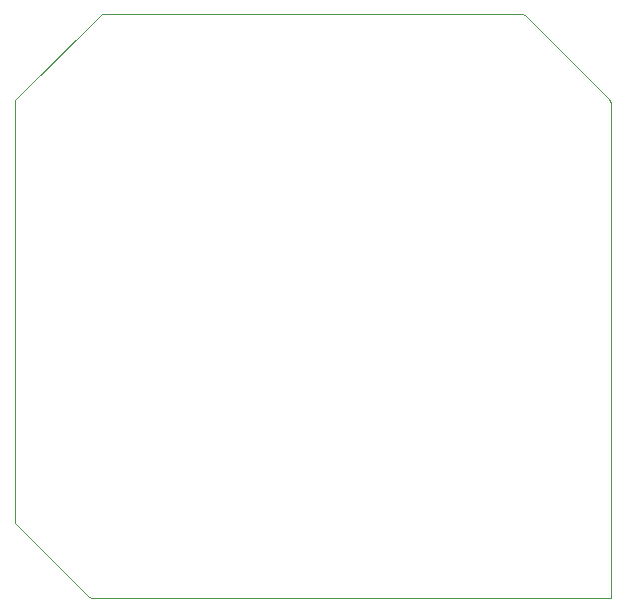
<source format=gbr>
G04 #@! TF.GenerationSoftware,KiCad,Pcbnew,7.0.9*
G04 #@! TF.CreationDate,2024-01-17T05:20:41+10:00*
G04 #@! TF.ProjectId,CONTROLLER_Radar Altimeter-V02,434f4e54-524f-44c4-9c45-525f52616461,1*
G04 #@! TF.SameCoordinates,Original*
G04 #@! TF.FileFunction,Profile,NP*
%FSLAX46Y46*%
G04 Gerber Fmt 4.6, Leading zero omitted, Abs format (unit mm)*
G04 Created by KiCad (PCBNEW 7.0.9) date 2024-01-17 05:20:41*
%MOMM*%
%LPD*%
G01*
G04 APERTURE LIST*
G04 #@! TA.AperFunction,Profile*
%ADD10C,0.050000*%
G04 #@! TD*
G04 APERTURE END LIST*
D10*
X26127407Y-90746639D02*
X32298293Y-96917525D01*
X76460000Y-97010000D02*
X76453240Y-75848151D01*
X26048305Y-90555720D02*
G75*
G03*
X26127408Y-90746638I269995J20D01*
G01*
X69187295Y-47666067D02*
G75*
G03*
X68996355Y-47587007I-190895J-190933D01*
G01*
X32489212Y-96996607D02*
X76460000Y-97010000D01*
X33314293Y-47666089D02*
X26060000Y-54852975D01*
X32298285Y-96917533D02*
G75*
G03*
X32489211Y-96996607I190915J190933D01*
G01*
X33505212Y-47587014D02*
G75*
G03*
X33314294Y-47666089I-12J-269986D01*
G01*
X26060000Y-54852975D02*
X26048326Y-90555720D01*
X76453232Y-55043894D02*
G75*
G03*
X76374158Y-54852976I-270032J-6D01*
G01*
X76453240Y-75848151D02*
X76453240Y-55043894D01*
X68996354Y-47587007D02*
X33505212Y-47587007D01*
X76374159Y-54852975D02*
X69187273Y-47666089D01*
M02*

</source>
